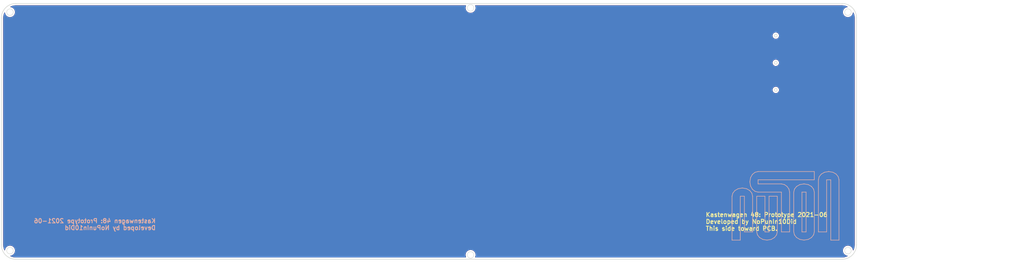
<source format=kicad_pcb>
(kicad_pcb (version 20171130) (host pcbnew "(5.1.9)-1")

  (general
    (thickness 1.6)
    (drawings 123)
    (tracks 0)
    (zones 0)
    (modules 0)
    (nets 1)
  )

  (page A4)
  (layers
    (0 F.Cu signal)
    (31 B.Cu signal)
    (32 B.Adhes user)
    (33 F.Adhes user)
    (34 B.Paste user)
    (35 F.Paste user)
    (36 B.SilkS user)
    (37 F.SilkS user)
    (38 B.Mask user)
    (39 F.Mask user)
    (40 Dwgs.User user)
    (41 Cmts.User user)
    (42 Eco1.User user)
    (43 Eco2.User user)
    (44 Edge.Cuts user)
    (45 Margin user)
    (46 B.CrtYd user)
    (47 F.CrtYd user)
    (48 B.Fab user)
    (49 F.Fab user)
  )

  (setup
    (last_trace_width 0.25)
    (trace_clearance 0.2)
    (zone_clearance 0.508)
    (zone_45_only no)
    (trace_min 0.2)
    (via_size 0.8)
    (via_drill 0.4)
    (via_min_size 0.4)
    (via_min_drill 0.3)
    (uvia_size 0.3)
    (uvia_drill 0.1)
    (uvias_allowed no)
    (uvia_min_size 0.2)
    (uvia_min_drill 0.1)
    (edge_width 0.2)
    (segment_width 0.2)
    (pcb_text_width 0.3)
    (pcb_text_size 1.5 1.5)
    (mod_edge_width 0.12)
    (mod_text_size 1 1)
    (mod_text_width 0.15)
    (pad_size 1.524 1.524)
    (pad_drill 0.762)
    (pad_to_mask_clearance 0)
    (aux_axis_origin 0 0)
    (visible_elements 7FFFFFFF)
    (pcbplotparams
      (layerselection 0x010f0_ffffffff)
      (usegerberextensions true)
      (usegerberattributes false)
      (usegerberadvancedattributes true)
      (creategerberjobfile false)
      (excludeedgelayer true)
      (linewidth 0.020000)
      (plotframeref false)
      (viasonmask false)
      (mode 1)
      (useauxorigin false)
      (hpglpennumber 1)
      (hpglpenspeed 20)
      (hpglpendiameter 15.000000)
      (psnegative false)
      (psa4output false)
      (plotreference true)
      (plotvalue true)
      (plotinvisibletext false)
      (padsonsilk false)
      (subtractmaskfromsilk true)
      (outputformat 1)
      (mirror false)
      (drillshape 0)
      (scaleselection 1)
      (outputdirectory "kastenwagen-48-bottom-gerbers/"))
  )

  (net 0 "")

  (net_class Default "This is the default net class."
    (clearance 0.2)
    (trace_width 0.25)
    (via_dia 0.8)
    (via_drill 0.4)
    (uvia_dia 0.3)
    (uvia_drill 0.1)
  )

  (gr_line (start 289.14125 87.98627) (end 288.8825 86.92877) (layer B.SilkS) (width 0.2) (tstamp 60BFC1B8))
  (gr_line (start 289.8725 88.90877) (end 289.14125 87.98627) (layer B.SilkS) (width 0.2) (tstamp 60BFC1B7))
  (gr_line (start 295.0925 88.90877) (end 293.95625 89.56127) (layer B.SilkS) (width 0.2) (tstamp 60BFC1B6))
  (gr_line (start 295.82375 87.98627) (end 295.0925 88.90877) (layer B.SilkS) (width 0.2) (tstamp 60BFC1B5))
  (gr_line (start 291.00875 70.37627) (end 292.4825 70.12877) (layer B.SilkS) (width 0.2) (tstamp 60BFC1B4))
  (gr_line (start 268.2725 72.46877) (end 269.40875 71.81627) (layer B.SilkS) (width 0.2) (tstamp 60BFC1B3))
  (gr_line (start 293.95625 89.56127) (end 292.4825 89.80877) (layer B.SilkS) (width 0.2) (tstamp 60BFC1B2))
  (gr_line (start 271.6025 74.44877) (end 270.1625 74.44877) (layer B.SilkS) (width 0.2) (tstamp 60BFC1B1))
  (gr_line (start 274.22375 73.39127) (end 274.4825 74.44877) (layer B.SilkS) (width 0.2) (tstamp 60BFC1B0))
  (gr_line (start 288.8825 73.00877) (end 289.14125 71.95127) (layer B.SilkS) (width 0.2) (tstamp 60BFC1AF))
  (gr_line (start 274.4825 86.92877) (end 271.6025 86.92877) (layer B.SilkS) (width 0.2) (tstamp 60BFC1AE))
  (gr_line (start 270.1625 89.80877) (end 267.2825 89.80877) (layer B.SilkS) (width 0.2) (tstamp 60BFC1AD))
  (gr_line (start 272.35625 71.81627) (end 273.4925 72.46877) (layer B.SilkS) (width 0.2) (tstamp 60BFC1AC))
  (gr_line (start 267.2825 89.80877) (end 267.2825 74.44877) (layer B.SilkS) (width 0.2) (tstamp 60BFC1AB))
  (gr_line (start 269.40875 71.81627) (end 270.8825 71.56877) (layer B.SilkS) (width 0.2) (tstamp 60BFC1AA))
  (gr_line (start 291.7625 73.00877) (end 291.7625 86.92877) (layer B.SilkS) (width 0.2) (tstamp 60BFC1A9))
  (gr_line (start 291.7625 86.92877) (end 293.2025 86.92877) (layer B.SilkS) (width 0.2) (tstamp 60BFC1A8))
  (gr_line (start 291.00875 89.56127) (end 289.8725 88.90877) (layer B.SilkS) (width 0.2) (tstamp 60BFC1A7))
  (gr_line (start 292.4825 70.12877) (end 292.4825 70.12877) (layer B.SilkS) (width 0.2) (tstamp 60BFC1A6))
  (gr_line (start 270.8825 71.56877) (end 272.35625 71.81627) (layer B.SilkS) (width 0.2) (tstamp 60BFC1A5))
  (gr_line (start 289.14125 71.95127) (end 289.8725 71.02877) (layer B.SilkS) (width 0.2) (tstamp 60BFC1A4))
  (gr_line (start 289.8725 71.02877) (end 291.00875 70.37627) (layer B.SilkS) (width 0.2) (tstamp 60BFC1A3))
  (gr_line (start 288.8825 86.92877) (end 288.8825 73.00877) (layer B.SilkS) (width 0.2) (tstamp 60BFC1A2))
  (gr_line (start 275.9225 86.92877) (end 276.18125 87.98627) (layer B.SilkS) (width 0.2) (tstamp 60BFC1A1))
  (gr_line (start 279.5225 89.80877) (end 280.99625 89.56127) (layer B.SilkS) (width 0.2) (tstamp 60BFC1A0))
  (gr_line (start 276.9125 88.90877) (end 278.04875 89.56127) (layer B.SilkS) (width 0.2) (tstamp 60BFC19F))
  (gr_line (start 282.1325 88.90877) (end 282.86375 87.98627) (layer B.SilkS) (width 0.2) (tstamp 60BFC19E))
  (gr_line (start 280.2425 86.92877) (end 278.8025 86.92877) (layer B.SilkS) (width 0.2) (tstamp 60BFC19D))
  (gr_line (start 283.1225 74.44877) (end 280.2425 74.44877) (layer B.SilkS) (width 0.2) (tstamp 60BFC19C))
  (gr_line (start 276.18125 87.98627) (end 276.9125 88.90877) (layer B.SilkS) (width 0.2) (tstamp 60BFC19B))
  (gr_line (start 274.4225 72.01877) (end 273.77 70.88252) (layer B.SilkS) (width 0.2) (tstamp 60BFC19A))
  (gr_line (start 284.5625 73.00877) (end 276.4025 73.00877) (layer B.SilkS) (width 0.2) (tstamp 60BFC199))
  (gr_line (start 276.4025 65.80877) (end 296.0825 65.80877) (layer B.SilkS) (width 0.2) (tstamp 60BFC198))
  (gr_line (start 273.77 70.88252) (end 273.5225 69.40877) (layer B.SilkS) (width 0.2) (tstamp 60BFC197))
  (gr_line (start 302.59625 66.05627) (end 303.7325 66.70877) (layer B.SilkS) (width 0.2) (tstamp 60BFC196))
  (gr_line (start 276.4025 73.00877) (end 275.345 72.75002) (layer B.SilkS) (width 0.2) (tstamp 60BFC195))
  (gr_line (start 273.5225 69.40877) (end 273.77 67.93502) (layer B.SilkS) (width 0.2) (tstamp 60BFC194))
  (gr_line (start 301.1225 65.80877) (end 302.59625 66.05627) (layer B.SilkS) (width 0.2) (tstamp 60BFC193))
  (gr_line (start 303.7325 66.70877) (end 304.46375 67.63127) (layer B.SilkS) (width 0.2) (tstamp 60BFC192))
  (gr_line (start 292.4825 89.80877) (end 291.00875 89.56127) (layer B.SilkS) (width 0.2) (tstamp 60BFC191))
  (gr_line (start 293.95625 70.37627) (end 295.0925 71.02877) (layer B.SilkS) (width 0.2) (tstamp 60BFC190))
  (gr_line (start 284.5625 86.92877) (end 284.5625 73.00877) (layer B.SilkS) (width 0.2) (tstamp 60BFC18F))
  (gr_line (start 274.4225 66.79877) (end 275.345 66.06752) (layer B.SilkS) (width 0.2) (tstamp 60BFC18E))
  (gr_line (start 283.1225 86.92877) (end 283.1225 74.44877) (layer B.SilkS) (width 0.2) (tstamp 60BFC18D))
  (gr_line (start 287.4425 86.92877) (end 284.5625 86.92877) (layer B.SilkS) (width 0.2) (tstamp 60BFC18C))
  (gr_line (start 293.2025 73.00877) (end 291.7625 73.00877) (layer B.SilkS) (width 0.2) (tstamp 60BFC18B))
  (gr_line (start 287.4425 73.00877) (end 287.4425 86.92877) (layer B.SilkS) (width 0.2) (tstamp 60BFC18A))
  (gr_line (start 280.2425 74.44877) (end 280.2425 86.92877) (layer B.SilkS) (width 0.2) (tstamp 60BFC189))
  (gr_line (start 295.82375 71.95127) (end 296.0825 73.00877) (layer B.SilkS) (width 0.2) (tstamp 60BFC188))
  (gr_line (start 293.2025 86.92877) (end 293.2025 73.00877) (layer B.SilkS) (width 0.2) (tstamp 60BFC187))
  (gr_line (start 275.345 66.06752) (end 276.4025 65.80877) (layer B.SilkS) (width 0.2) (tstamp 60BFC186))
  (gr_line (start 304.46375 67.63127) (end 304.7225 68.68877) (layer B.SilkS) (width 0.2) (tstamp 60BFC185))
  (gr_line (start 275.345 72.75002) (end 274.4225 72.01877) (layer B.SilkS) (width 0.2) (tstamp 60BFC184))
  (gr_line (start 295.0925 71.02877) (end 295.82375 71.95127) (layer B.SilkS) (width 0.2) (tstamp 60BFC183))
  (gr_line (start 296.0825 86.92877) (end 295.82375 87.98627) (layer B.SilkS) (width 0.2) (tstamp 60BFC182))
  (gr_line (start 282.86375 87.98627) (end 283.1225 86.92877) (layer B.SilkS) (width 0.2) (tstamp 60BFC181))
  (gr_line (start 296.0825 73.00877) (end 296.0825 86.92877) (layer B.SilkS) (width 0.2) (tstamp 60BFC180))
  (gr_line (start 300.4025 86.92875) (end 297.52256 86.92875) (layer B.SilkS) (width 0.2) (tstamp 60BFC17F))
  (gr_line (start 304.7225 68.68877) (end 304.7225 89.80877) (layer B.SilkS) (width 0.2) (tstamp 60BFC17E))
  (gr_line (start 300.4025 68.68875) (end 300.4025 86.92875) (layer B.SilkS) (width 0.2) (tstamp 60BFC17D))
  (gr_line (start 297.52256 86.92875) (end 297.5225 68.68875) (layer B.SilkS) (width 0.2) (tstamp 60BFC17C))
  (gr_line (start 301.8425 89.80877) (end 301.8425 68.68867) (layer B.SilkS) (width 0.2) (tstamp 60BFC17B))
  (gr_line (start 276.4025 68.68877) (end 276.4025 70.12877) (layer B.SilkS) (width 0.2) (tstamp 60BFC17A))
  (gr_line (start 285.62 70.37627) (end 286.5425 71.02877) (layer B.SilkS) (width 0.2) (tstamp 60BFC179))
  (gr_line (start 287.195 71.95127) (end 287.4425 73.00877) (layer B.SilkS) (width 0.2) (tstamp 60BFC178))
  (gr_line (start 270.1625 74.44877) (end 270.1625 89.80877) (layer B.SilkS) (width 0.2) (tstamp 60BFC177))
  (gr_line (start 296.0825 65.80877) (end 296.0825 68.68877) (layer B.SilkS) (width 0.2) (tstamp 60BFC176))
  (gr_line (start 276.4025 70.12877) (end 284.5625 70.12877) (layer B.SilkS) (width 0.2) (tstamp 60BFC175))
  (gr_line (start 286.5425 71.02877) (end 287.195 71.95127) (layer B.SilkS) (width 0.2) (tstamp 60BFC174))
  (gr_line (start 284.5625 70.12877) (end 285.62 70.37627) (layer B.SilkS) (width 0.2) (tstamp 60BFC173))
  (gr_line (start 271.6025 86.92877) (end 271.6025 74.44877) (layer B.SilkS) (width 0.2) (tstamp 60BFC172))
  (gr_line (start 273.4925 72.46877) (end 274.22375 73.39127) (layer B.SilkS) (width 0.2) (tstamp 60BFC171))
  (gr_line (start 304.7225 89.80877) (end 301.8425 89.80877) (layer B.SilkS) (width 0.2) (tstamp 60BFC170))
  (gr_line (start 301.1225 65.80875) (end 301.1225 65.80877) (layer B.SilkS) (width 0.2) (tstamp 60BFC16F))
  (gr_line (start 301.8425 68.68867) (end 300.4025 68.68875) (layer B.SilkS) (width 0.2) (tstamp 60BFC16E))
  (gr_line (start 297.5225 68.68875) (end 297.78125 67.63125) (layer B.SilkS) (width 0.2) (tstamp 60BFC16D))
  (gr_line (start 296.0825 68.68877) (end 276.4025 68.68877) (layer B.SilkS) (width 0.2) (tstamp 60BFC16C))
  (gr_line (start 274.4825 74.44877) (end 274.4825 86.92877) (layer B.SilkS) (width 0.2) (tstamp 60BFC16B))
  (gr_line (start 299.64875 66.05625) (end 301.1225 65.80875) (layer B.SilkS) (width 0.2) (tstamp 60BFC16A))
  (gr_line (start 267.541249 73.39127) (end 268.2725 72.46877) (layer B.SilkS) (width 0.2) (tstamp 60BFC169))
  (gr_line (start 298.5125 66.70875) (end 299.64875 66.05625) (layer B.SilkS) (width 0.2) (tstamp 60BFC168))
  (gr_line (start 297.78125 67.63125) (end 298.5125 66.70875) (layer B.SilkS) (width 0.2) (tstamp 60BFC167))
  (gr_line (start 267.2825 74.44877) (end 267.541249 73.39127) (layer B.SilkS) (width 0.2) (tstamp 60BFC166))
  (gr_line (start 292.4825 70.12877) (end 293.95625 70.37627) (layer B.SilkS) (width 0.2) (tstamp 60BFC165))
  (gr_line (start 278.8025 86.92877) (end 278.8025 74.44877) (layer B.SilkS) (width 0.2) (tstamp 60BFC164))
  (gr_line (start 280.99625 89.56127) (end 282.1325 88.90877) (layer B.SilkS) (width 0.2) (tstamp 60BFC163))
  (gr_line (start 278.8025 74.44877) (end 275.9225 74.44877) (layer B.SilkS) (width 0.2) (tstamp 60BFC162))
  (gr_line (start 275.9225 74.44877) (end 275.9225 86.92877) (layer B.SilkS) (width 0.2) (tstamp 60BFC161))
  (gr_line (start 273.77 67.93502) (end 274.4225 66.79877) (layer B.SilkS) (width 0.2) (tstamp 60BFC160))
  (gr_line (start 278.04875 89.56127) (end 279.5225 89.80877) (layer B.SilkS) (width 0.2) (tstamp 60BFC15F))
  (gr_text "Kastenwagen 48: Prototype 2021-06\nDeveloped by NoPunIn10Did" (at 65.66875 84.3) (layer B.SilkS) (tstamp 60BFC139)
    (effects (font (size 1.5 1.5) (thickness 0.3)) (justify left mirror))
  )
  (gr_text "Kastenwagen 48: Prototype 2021-06\nDeveloped by NoPunIn10Did\nThis side toward PCB." (at 257.91875 83.34375) (layer F.SilkS) (tstamp 60BFC0FF)
    (effects (font (size 1.5 1.5) (thickness 0.3)) (justify left))
  )
  (gr_circle (center 307.85 10) (end 309 10) (layer Edge.Cuts) (width 0.15) (tstamp 60BFBFC7))
  (gr_line (start 310.85 91.5) (end 310.85 12) (layer Edge.Cuts) (width 0.2) (tstamp 60BFBFC6))
  (gr_circle (center 307.85 93.5) (end 308.65 93.5) (layer Dwgs.User) (width 0.15) (tstamp 60BFBFC5))
  (gr_arc (start 305.85 91.5) (end 305.85 96.5) (angle -90) (layer Edge.Cuts) (width 0.2) (tstamp 60BFBFC4))
  (gr_arc (start 305.85 12) (end 310.85 12) (angle -90) (layer Edge.Cuts) (width 0.2) (tstamp 60BFBFC3))
  (gr_circle (center 307.85 93.5) (end 309 93.5) (layer Edge.Cuts) (width 0.15) (tstamp 60BFBFC2))
  (gr_arc (start 302.85 15) (end 307.85 15) (angle -90) (layer Dwgs.User) (width 0.2) (tstamp 60BFBFC1))
  (gr_line (start 307.85 15) (end 307.85 88.5) (layer Dwgs.User) (width 0.2) (tstamp 60BFBFC0))
  (gr_arc (start 302.85 88.5) (end 302.85 93.5) (angle -90) (layer Dwgs.User) (width 0.2) (tstamp 60BFBFBF))
  (gr_circle (center 307.85 10) (end 308.65 10) (layer Dwgs.User) (width 0.15) (tstamp 60BFBFBE))
  (gr_circle (center 14.5 93.5) (end 15.3 93.5) (layer Dwgs.User) (width 0.15) (tstamp 6061E6A9))
  (gr_circle (center 14.5 10) (end 15.3 10) (layer Dwgs.User) (width 0.15) (tstamp 6061E6A9))
  (gr_circle (center 175.75 8.5) (end 176.55 8.5) (layer Dwgs.User) (width 0.15) (tstamp 60BFC057))
  (gr_circle (center 175.75 95) (end 176.55 95) (layer Dwgs.User) (width 0.15) (tstamp 60BFC04E))
  (gr_arc (start 16.5 12) (end 16.5 7) (angle -90) (layer Edge.Cuts) (width 0.2) (tstamp 605A2CC0))
  (gr_line (start 11.5 91.5) (end 11.5 12) (layer Edge.Cuts) (width 0.2))
  (gr_arc (start 16.5 91.5) (end 11.5 91.5) (angle -90) (layer Edge.Cuts) (width 0.2) (tstamp 605A2C16))
  (gr_line (start 16.5 7) (end 305.85 7) (layer Edge.Cuts) (width 0.2))
  (gr_line (start 16.5 96.5) (end 305.85 96.5) (layer Edge.Cuts) (width 0.2) (tstamp 605A2D42))
  (gr_circle (center 175.75 95) (end 176.9 95) (layer Edge.Cuts) (width 0.15) (tstamp 60BFC054))
  (gr_circle (center 14.5 93.5) (end 15.65 93.5) (layer Edge.Cuts) (width 0.15) (tstamp 605A2994))
  (gr_circle (center 14.5 10) (end 15.65 10) (layer Edge.Cuts) (width 0.15) (tstamp 605A2993))
  (gr_circle (center 175.75 8.5) (end 176.9 8.5) (layer Edge.Cuts) (width 0.15) (tstamp 60BFC051))
  (gr_circle (center 282.6004 18.2364) (end 283.1004 18.2364) (layer Edge.Cuts) (width 0.2) (tstamp 605A2962))
  (gr_circle (center 282.6004 27.7364) (end 283.1004 27.7364) (layer Edge.Cuts) (width 0.2) (tstamp 605A2961))
  (gr_circle (center 282.6004 37.2364) (end 283.1004 37.2364) (layer Edge.Cuts) (width 0.2) (tstamp 605A2960))
  (gr_line (start 14.5 15) (end 14.5 88.5) (layer Dwgs.User) (width 0.2) (tstamp 605AC884))
  (gr_arc (start 19.5 15) (end 19.5 10) (angle -90) (layer Dwgs.User) (width 0.2) (tstamp 605AC883))
  (gr_line (start 19.5 10) (end 302.85 10) (layer Dwgs.User) (width 0.2) (tstamp 605AC882))
  (gr_line (start 19.5 93.5) (end 302.85 93.5) (layer Dwgs.User) (width 0.2) (tstamp 605AC881))
  (gr_arc (start 19.5 88.5) (end 14.5 88.5) (angle -90) (layer Dwgs.User) (width 0.2) (tstamp 605AC880))

  (zone (net 0) (net_name "") (layer B.Cu) (tstamp 60BFC1C7) (hatch edge 0.508)
    (connect_pads (clearance 0.508))
    (min_thickness 0.254)
    (fill yes (arc_segments 32) (thermal_gap 0.508) (thermal_bridge_width 0.508) (smoothing fillet))
    (polygon
      (pts
        (xy 369.5 98.25) (xy 11 98.25) (xy 11 5.75) (xy 369.5 5.75)
      )
    )
    (filled_polygon
      (pts
        (xy 173.950952 7.954265) (xy 173.879053 8.315728) (xy 173.879053 8.684272) (xy 173.950952 9.045735) (xy 174.091988 9.386226)
        (xy 174.29674 9.692659) (xy 174.557341 9.95326) (xy 174.863774 10.158012) (xy 175.204265 10.299048) (xy 175.565728 10.370947)
        (xy 175.934272 10.370947) (xy 176.295735 10.299048) (xy 176.636226 10.158012) (xy 176.942659 9.95326) (xy 177.20326 9.692659)
        (xy 177.408012 9.386226) (xy 177.549048 9.045735) (xy 177.620947 8.684272) (xy 177.620947 8.315728) (xy 177.549048 7.954265)
        (xy 177.458225 7.735) (xy 305.817269 7.735) (xy 306.604747 7.805281) (xy 307.335643 8.005231) (xy 307.615985 8.138947)
        (xy 307.304265 8.200952) (xy 306.963774 8.341988) (xy 306.657341 8.54674) (xy 306.39674 8.807341) (xy 306.191988 9.113774)
        (xy 306.050952 9.454265) (xy 305.979053 9.815728) (xy 305.979053 10.184272) (xy 306.050952 10.545735) (xy 306.191988 10.886226)
        (xy 306.39674 11.192659) (xy 306.657341 11.45326) (xy 306.963774 11.658012) (xy 307.304265 11.799048) (xy 307.665728 11.870947)
        (xy 308.034272 11.870947) (xy 308.395735 11.799048) (xy 308.736226 11.658012) (xy 309.042659 11.45326) (xy 309.30326 11.192659)
        (xy 309.508012 10.886226) (xy 309.649048 10.545735) (xy 309.711035 10.234101) (xy 309.889463 10.64057) (xy 310.067715 11.383039)
        (xy 310.115001 12.026963) (xy 310.115 91.467269) (xy 310.044719 92.254748) (xy 309.844769 92.985643) (xy 309.711053 93.265985)
        (xy 309.649048 92.954265) (xy 309.508012 92.613774) (xy 309.30326 92.307341) (xy 309.042659 92.04674) (xy 308.736226 91.841988)
        (xy 308.395735 91.700952) (xy 308.034272 91.629053) (xy 307.665728 91.629053) (xy 307.304265 91.700952) (xy 306.963774 91.841988)
        (xy 306.657341 92.04674) (xy 306.39674 92.307341) (xy 306.191988 92.613774) (xy 306.050952 92.954265) (xy 305.979053 93.315728)
        (xy 305.979053 93.684272) (xy 306.050952 94.045735) (xy 306.191988 94.386226) (xy 306.39674 94.692659) (xy 306.657341 94.95326)
        (xy 306.963774 95.158012) (xy 307.304265 95.299048) (xy 307.615899 95.361035) (xy 307.209429 95.539464) (xy 306.466961 95.717714)
        (xy 305.823051 95.765) (xy 177.458225 95.765) (xy 177.549048 95.545735) (xy 177.620947 95.184272) (xy 177.620947 94.815728)
        (xy 177.549048 94.454265) (xy 177.408012 94.113774) (xy 177.20326 93.807341) (xy 176.942659 93.54674) (xy 176.636226 93.341988)
        (xy 176.295735 93.200952) (xy 175.934272 93.129053) (xy 175.565728 93.129053) (xy 175.204265 93.200952) (xy 174.863774 93.341988)
        (xy 174.557341 93.54674) (xy 174.29674 93.807341) (xy 174.091988 94.113774) (xy 173.950952 94.454265) (xy 173.879053 94.815728)
        (xy 173.879053 95.184272) (xy 173.950952 95.545735) (xy 174.041775 95.765) (xy 16.532731 95.765) (xy 15.745252 95.694719)
        (xy 15.014357 95.494769) (xy 14.734015 95.361053) (xy 15.045735 95.299048) (xy 15.386226 95.158012) (xy 15.692659 94.95326)
        (xy 15.95326 94.692659) (xy 16.158012 94.386226) (xy 16.299048 94.045735) (xy 16.370947 93.684272) (xy 16.370947 93.315728)
        (xy 16.299048 92.954265) (xy 16.158012 92.613774) (xy 15.95326 92.307341) (xy 15.692659 92.04674) (xy 15.386226 91.841988)
        (xy 15.045735 91.700952) (xy 14.684272 91.629053) (xy 14.315728 91.629053) (xy 13.954265 91.700952) (xy 13.613774 91.841988)
        (xy 13.307341 92.04674) (xy 13.04674 92.307341) (xy 12.841988 92.613774) (xy 12.700952 92.954265) (xy 12.638965 93.265899)
        (xy 12.460536 92.859429) (xy 12.282286 92.116961) (xy 12.235 91.473051) (xy 12.235 37.113388) (xy 281.351443 37.113388)
        (xy 281.351443 37.359412) (xy 281.39944 37.600707) (xy 281.493589 37.828003) (xy 281.630272 38.032564) (xy 281.804236 38.206528)
        (xy 282.008797 38.343211) (xy 282.236093 38.43736) (xy 282.477388 38.485357) (xy 282.723412 38.485357) (xy 282.964707 38.43736)
        (xy 283.192003 38.343211) (xy 283.396564 38.206528) (xy 283.570528 38.032564) (xy 283.707211 37.828003) (xy 283.80136 37.600707)
        (xy 283.849357 37.359412) (xy 283.849357 37.113388) (xy 283.80136 36.872093) (xy 283.707211 36.644797) (xy 283.570528 36.440236)
        (xy 283.396564 36.266272) (xy 283.192003 36.129589) (xy 282.964707 36.03544) (xy 282.723412 35.987443) (xy 282.477388 35.987443)
        (xy 282.236093 36.03544) (xy 282.008797 36.129589) (xy 281.804236 36.266272) (xy 281.630272 36.440236) (xy 281.493589 36.644797)
        (xy 281.39944 36.872093) (xy 281.351443 37.113388) (xy 12.235 37.113388) (xy 12.235 27.613388) (xy 281.351443 27.613388)
        (xy 281.351443 27.859412) (xy 281.39944 28.100707) (xy 281.493589 28.328003) (xy 281.630272 28.532564) (xy 281.804236 28.706528)
        (xy 282.008797 28.843211) (xy 282.236093 28.93736) (xy 282.477388 28.985357) (xy 282.723412 28.985357) (xy 282.964707 28.93736)
        (xy 283.192003 28.843211) (xy 283.396564 28.706528) (xy 283.570528 28.532564) (xy 283.707211 28.328003) (xy 283.80136 28.100707)
        (xy 283.849357 27.859412) (xy 283.849357 27.613388) (xy 283.80136 27.372093) (xy 283.707211 27.144797) (xy 283.570528 26.940236)
        (xy 283.396564 26.766272) (xy 283.192003 26.629589) (xy 282.964707 26.53544) (xy 282.723412 26.487443) (xy 282.477388 26.487443)
        (xy 282.236093 26.53544) (xy 282.008797 26.629589) (xy 281.804236 26.766272) (xy 281.630272 26.940236) (xy 281.493589 27.144797)
        (xy 281.39944 27.372093) (xy 281.351443 27.613388) (xy 12.235 27.613388) (xy 12.235 18.113388) (xy 281.351443 18.113388)
        (xy 281.351443 18.359412) (xy 281.39944 18.600707) (xy 281.493589 18.828003) (xy 281.630272 19.032564) (xy 281.804236 19.206528)
        (xy 282.008797 19.343211) (xy 282.236093 19.43736) (xy 282.477388 19.485357) (xy 282.723412 19.485357) (xy 282.964707 19.43736)
        (xy 283.192003 19.343211) (xy 283.396564 19.206528) (xy 283.570528 19.032564) (xy 283.707211 18.828003) (xy 283.80136 18.600707)
        (xy 283.849357 18.359412) (xy 283.849357 18.113388) (xy 283.80136 17.872093) (xy 283.707211 17.644797) (xy 283.570528 17.440236)
        (xy 283.396564 17.266272) (xy 283.192003 17.129589) (xy 282.964707 17.03544) (xy 282.723412 16.987443) (xy 282.477388 16.987443)
        (xy 282.236093 17.03544) (xy 282.008797 17.129589) (xy 281.804236 17.266272) (xy 281.630272 17.440236) (xy 281.493589 17.644797)
        (xy 281.39944 17.872093) (xy 281.351443 18.113388) (xy 12.235 18.113388) (xy 12.235 12.032731) (xy 12.305281 11.245253)
        (xy 12.505231 10.514357) (xy 12.638947 10.234015) (xy 12.700952 10.545735) (xy 12.841988 10.886226) (xy 13.04674 11.192659)
        (xy 13.307341 11.45326) (xy 13.613774 11.658012) (xy 13.954265 11.799048) (xy 14.315728 11.870947) (xy 14.684272 11.870947)
        (xy 15.045735 11.799048) (xy 15.386226 11.658012) (xy 15.692659 11.45326) (xy 15.95326 11.192659) (xy 16.158012 10.886226)
        (xy 16.299048 10.545735) (xy 16.370947 10.184272) (xy 16.370947 9.815728) (xy 16.299048 9.454265) (xy 16.158012 9.113774)
        (xy 15.95326 8.807341) (xy 15.692659 8.54674) (xy 15.386226 8.341988) (xy 15.045735 8.200952) (xy 14.734101 8.138965)
        (xy 15.14057 7.960537) (xy 15.883039 7.782285) (xy 16.526949 7.735) (xy 174.041775 7.735)
      )
    )
  )
  (zone (net 0) (net_name "") (layer F.Cu) (tstamp 60BFC1C4) (hatch edge 0.508)
    (connect_pads (clearance 0.508))
    (min_thickness 0.254)
    (fill yes (arc_segments 32) (thermal_gap 0.508) (thermal_bridge_width 0.508) (smoothing fillet))
    (polygon
      (pts
        (xy 369.5 98.25) (xy 11 98.25) (xy 11 5.75) (xy 369.5 5.75)
      )
    )
    (filled_polygon
      (pts
        (xy 173.950952 7.954265) (xy 173.879053 8.315728) (xy 173.879053 8.684272) (xy 173.950952 9.045735) (xy 174.091988 9.386226)
        (xy 174.29674 9.692659) (xy 174.557341 9.95326) (xy 174.863774 10.158012) (xy 175.204265 10.299048) (xy 175.565728 10.370947)
        (xy 175.934272 10.370947) (xy 176.295735 10.299048) (xy 176.636226 10.158012) (xy 176.942659 9.95326) (xy 177.20326 9.692659)
        (xy 177.408012 9.386226) (xy 177.549048 9.045735) (xy 177.620947 8.684272) (xy 177.620947 8.315728) (xy 177.549048 7.954265)
        (xy 177.458225 7.735) (xy 305.817269 7.735) (xy 306.604747 7.805281) (xy 307.335643 8.005231) (xy 307.615985 8.138947)
        (xy 307.304265 8.200952) (xy 306.963774 8.341988) (xy 306.657341 8.54674) (xy 306.39674 8.807341) (xy 306.191988 9.113774)
        (xy 306.050952 9.454265) (xy 305.979053 9.815728) (xy 305.979053 10.184272) (xy 306.050952 10.545735) (xy 306.191988 10.886226)
        (xy 306.39674 11.192659) (xy 306.657341 11.45326) (xy 306.963774 11.658012) (xy 307.304265 11.799048) (xy 307.665728 11.870947)
        (xy 308.034272 11.870947) (xy 308.395735 11.799048) (xy 308.736226 11.658012) (xy 309.042659 11.45326) (xy 309.30326 11.192659)
        (xy 309.508012 10.886226) (xy 309.649048 10.545735) (xy 309.711035 10.234101) (xy 309.889463 10.64057) (xy 310.067715 11.383039)
        (xy 310.115001 12.026963) (xy 310.115 91.467269) (xy 310.044719 92.254748) (xy 309.844769 92.985643) (xy 309.711053 93.265985)
        (xy 309.649048 92.954265) (xy 309.508012 92.613774) (xy 309.30326 92.307341) (xy 309.042659 92.04674) (xy 308.736226 91.841988)
        (xy 308.395735 91.700952) (xy 308.034272 91.629053) (xy 307.665728 91.629053) (xy 307.304265 91.700952) (xy 306.963774 91.841988)
        (xy 306.657341 92.04674) (xy 306.39674 92.307341) (xy 306.191988 92.613774) (xy 306.050952 92.954265) (xy 305.979053 93.315728)
        (xy 305.979053 93.684272) (xy 306.050952 94.045735) (xy 306.191988 94.386226) (xy 306.39674 94.692659) (xy 306.657341 94.95326)
        (xy 306.963774 95.158012) (xy 307.304265 95.299048) (xy 307.615899 95.361035) (xy 307.209429 95.539464) (xy 306.466961 95.717714)
        (xy 305.823051 95.765) (xy 177.458225 95.765) (xy 177.549048 95.545735) (xy 177.620947 95.184272) (xy 177.620947 94.815728)
        (xy 177.549048 94.454265) (xy 177.408012 94.113774) (xy 177.20326 93.807341) (xy 176.942659 93.54674) (xy 176.636226 93.341988)
        (xy 176.295735 93.200952) (xy 175.934272 93.129053) (xy 175.565728 93.129053) (xy 175.204265 93.200952) (xy 174.863774 93.341988)
        (xy 174.557341 93.54674) (xy 174.29674 93.807341) (xy 174.091988 94.113774) (xy 173.950952 94.454265) (xy 173.879053 94.815728)
        (xy 173.879053 95.184272) (xy 173.950952 95.545735) (xy 174.041775 95.765) (xy 16.532731 95.765) (xy 15.745252 95.694719)
        (xy 15.014357 95.494769) (xy 14.734015 95.361053) (xy 15.045735 95.299048) (xy 15.386226 95.158012) (xy 15.692659 94.95326)
        (xy 15.95326 94.692659) (xy 16.158012 94.386226) (xy 16.299048 94.045735) (xy 16.370947 93.684272) (xy 16.370947 93.315728)
        (xy 16.299048 92.954265) (xy 16.158012 92.613774) (xy 15.95326 92.307341) (xy 15.692659 92.04674) (xy 15.386226 91.841988)
        (xy 15.045735 91.700952) (xy 14.684272 91.629053) (xy 14.315728 91.629053) (xy 13.954265 91.700952) (xy 13.613774 91.841988)
        (xy 13.307341 92.04674) (xy 13.04674 92.307341) (xy 12.841988 92.613774) (xy 12.700952 92.954265) (xy 12.638965 93.265899)
        (xy 12.460536 92.859429) (xy 12.282286 92.116961) (xy 12.235 91.473051) (xy 12.235 37.113388) (xy 281.351443 37.113388)
        (xy 281.351443 37.359412) (xy 281.39944 37.600707) (xy 281.493589 37.828003) (xy 281.630272 38.032564) (xy 281.804236 38.206528)
        (xy 282.008797 38.343211) (xy 282.236093 38.43736) (xy 282.477388 38.485357) (xy 282.723412 38.485357) (xy 282.964707 38.43736)
        (xy 283.192003 38.343211) (xy 283.396564 38.206528) (xy 283.570528 38.032564) (xy 283.707211 37.828003) (xy 283.80136 37.600707)
        (xy 283.849357 37.359412) (xy 283.849357 37.113388) (xy 283.80136 36.872093) (xy 283.707211 36.644797) (xy 283.570528 36.440236)
        (xy 283.396564 36.266272) (xy 283.192003 36.129589) (xy 282.964707 36.03544) (xy 282.723412 35.987443) (xy 282.477388 35.987443)
        (xy 282.236093 36.03544) (xy 282.008797 36.129589) (xy 281.804236 36.266272) (xy 281.630272 36.440236) (xy 281.493589 36.644797)
        (xy 281.39944 36.872093) (xy 281.351443 37.113388) (xy 12.235 37.113388) (xy 12.235 27.613388) (xy 281.351443 27.613388)
        (xy 281.351443 27.859412) (xy 281.39944 28.100707) (xy 281.493589 28.328003) (xy 281.630272 28.532564) (xy 281.804236 28.706528)
        (xy 282.008797 28.843211) (xy 282.236093 28.93736) (xy 282.477388 28.985357) (xy 282.723412 28.985357) (xy 282.964707 28.93736)
        (xy 283.192003 28.843211) (xy 283.396564 28.706528) (xy 283.570528 28.532564) (xy 283.707211 28.328003) (xy 283.80136 28.100707)
        (xy 283.849357 27.859412) (xy 283.849357 27.613388) (xy 283.80136 27.372093) (xy 283.707211 27.144797) (xy 283.570528 26.940236)
        (xy 283.396564 26.766272) (xy 283.192003 26.629589) (xy 282.964707 26.53544) (xy 282.723412 26.487443) (xy 282.477388 26.487443)
        (xy 282.236093 26.53544) (xy 282.008797 26.629589) (xy 281.804236 26.766272) (xy 281.630272 26.940236) (xy 281.493589 27.144797)
        (xy 281.39944 27.372093) (xy 281.351443 27.613388) (xy 12.235 27.613388) (xy 12.235 18.113388) (xy 281.351443 18.113388)
        (xy 281.351443 18.359412) (xy 281.39944 18.600707) (xy 281.493589 18.828003) (xy 281.630272 19.032564) (xy 281.804236 19.206528)
        (xy 282.008797 19.343211) (xy 282.236093 19.43736) (xy 282.477388 19.485357) (xy 282.723412 19.485357) (xy 282.964707 19.43736)
        (xy 283.192003 19.343211) (xy 283.396564 19.206528) (xy 283.570528 19.032564) (xy 283.707211 18.828003) (xy 283.80136 18.600707)
        (xy 283.849357 18.359412) (xy 283.849357 18.113388) (xy 283.80136 17.872093) (xy 283.707211 17.644797) (xy 283.570528 17.440236)
        (xy 283.396564 17.266272) (xy 283.192003 17.129589) (xy 282.964707 17.03544) (xy 282.723412 16.987443) (xy 282.477388 16.987443)
        (xy 282.236093 17.03544) (xy 282.008797 17.129589) (xy 281.804236 17.266272) (xy 281.630272 17.440236) (xy 281.493589 17.644797)
        (xy 281.39944 17.872093) (xy 281.351443 18.113388) (xy 12.235 18.113388) (xy 12.235 12.032731) (xy 12.305281 11.245253)
        (xy 12.505231 10.514357) (xy 12.638947 10.234015) (xy 12.700952 10.545735) (xy 12.841988 10.886226) (xy 13.04674 11.192659)
        (xy 13.307341 11.45326) (xy 13.613774 11.658012) (xy 13.954265 11.799048) (xy 14.315728 11.870947) (xy 14.684272 11.870947)
        (xy 15.045735 11.799048) (xy 15.386226 11.658012) (xy 15.692659 11.45326) (xy 15.95326 11.192659) (xy 16.158012 10.886226)
        (xy 16.299048 10.545735) (xy 16.370947 10.184272) (xy 16.370947 9.815728) (xy 16.299048 9.454265) (xy 16.158012 9.113774)
        (xy 15.95326 8.807341) (xy 15.692659 8.54674) (xy 15.386226 8.341988) (xy 15.045735 8.200952) (xy 14.734101 8.138965)
        (xy 15.14057 7.960537) (xy 15.883039 7.782285) (xy 16.526949 7.735) (xy 174.041775 7.735)
      )
    )
  )
)

</source>
